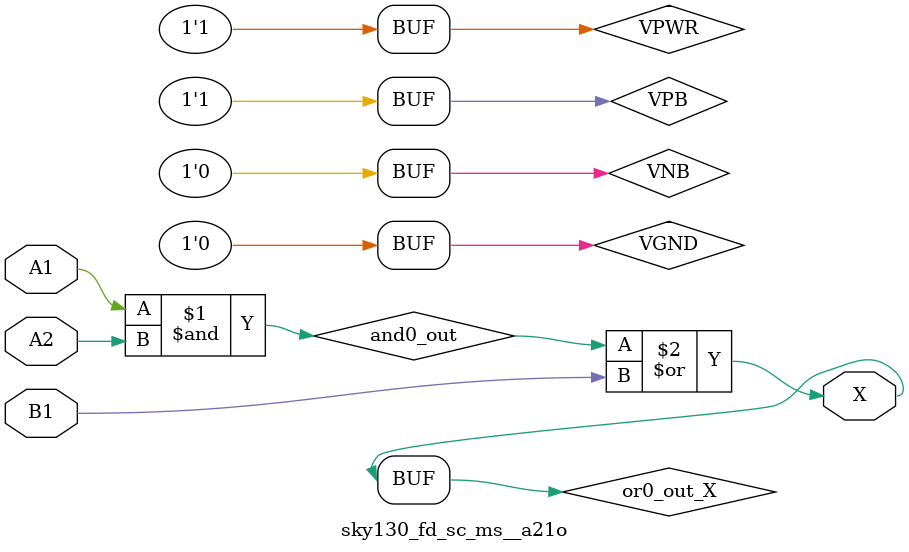
<source format=v>
/*
 * Copyright 2020 The SkyWater PDK Authors
 *
 * Licensed under the Apache License, Version 2.0 (the "License");
 * you may not use this file except in compliance with the License.
 * You may obtain a copy of the License at
 *
 *     https://www.apache.org/licenses/LICENSE-2.0
 *
 * Unless required by applicable law or agreed to in writing, software
 * distributed under the License is distributed on an "AS IS" BASIS,
 * WITHOUT WARRANTIES OR CONDITIONS OF ANY KIND, either express or implied.
 * See the License for the specific language governing permissions and
 * limitations under the License.
 *
 * SPDX-License-Identifier: Apache-2.0
*/


`ifndef SKY130_FD_SC_MS__A21O_BEHAVIORAL_V
`define SKY130_FD_SC_MS__A21O_BEHAVIORAL_V

/**
 * a21o: 2-input AND into first input of 2-input OR.
 *
 *       X = ((A1 & A2) | B1)
 *
 * Verilog simulation functional model.
 */

`timescale 1ns / 1ps
`default_nettype none

`celldefine
module sky130_fd_sc_ms__a21o (
    X ,
    A1,
    A2,
    B1
);

    // Module ports
    output X ;
    input  A1;
    input  A2;
    input  B1;

    // Module supplies
    supply1 VPWR;
    supply0 VGND;
    supply1 VPB ;
    supply0 VNB ;

    // Local signals
    wire and0_out ;
    wire or0_out_X;

    //  Name  Output     Other arguments
    and and0 (and0_out , A1, A2         );
    or  or0  (or0_out_X, and0_out, B1   );
    buf buf0 (X        , or0_out_X      );

endmodule
`endcelldefine

`default_nettype wire
`endif  // SKY130_FD_SC_MS__A21O_BEHAVIORAL_V
</source>
